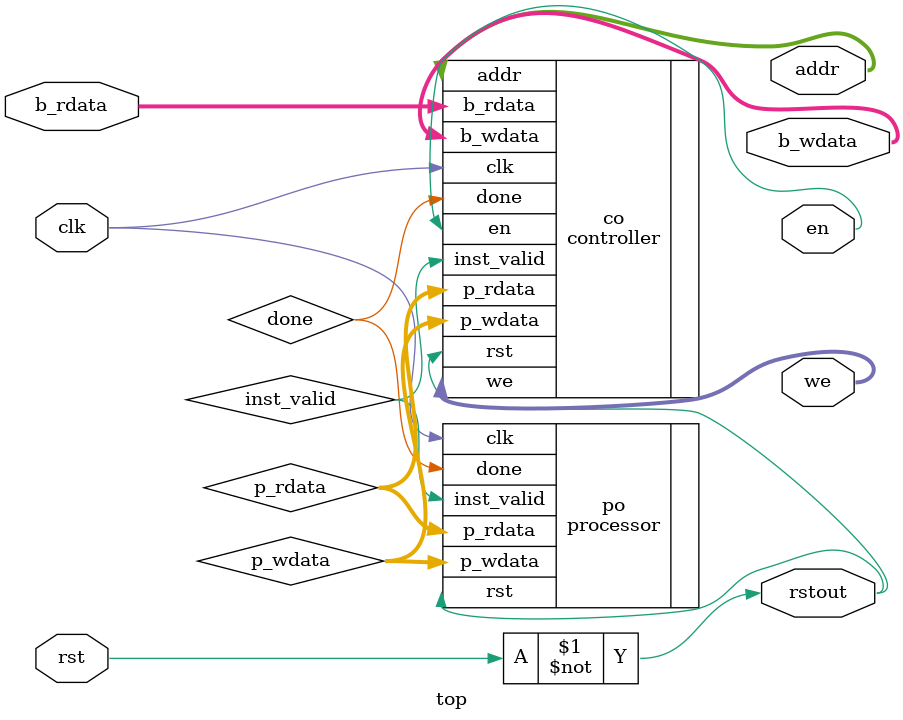
<source format=v>
`timescale 1ns / 1ps


module top(
input clk,
input rst,
input  [31:0] b_rdata,
output [31:0] b_wdata,
output [31:0] addr,
output [3:0] we,
output en,
output rstout

    );
    
wire inst_valid;
wire [63:0] p_rdata;
wire [31:0] p_wdata;
wire done;

//wire rst_n;
assign rstout = ~rst;
processor po(
        .clk(clk),
        .rst(rstout),
        .inst_valid(inst_valid),
        .p_rdata(p_rdata),
        .p_wdata(p_wdata),
        .done(done)
    );
    
   
controller co(
        .clk(clk),
        .rst(rstout),
        .done(done),
        .p_wdata(p_wdata),
        .b_rdata(b_rdata),
        .b_wdata(b_wdata),   
        .p_rdata(p_rdata),
        .addr(addr),
        .inst_valid(inst_valid),
        .we(we),
        .en(en)

    );
endmodule

</source>
